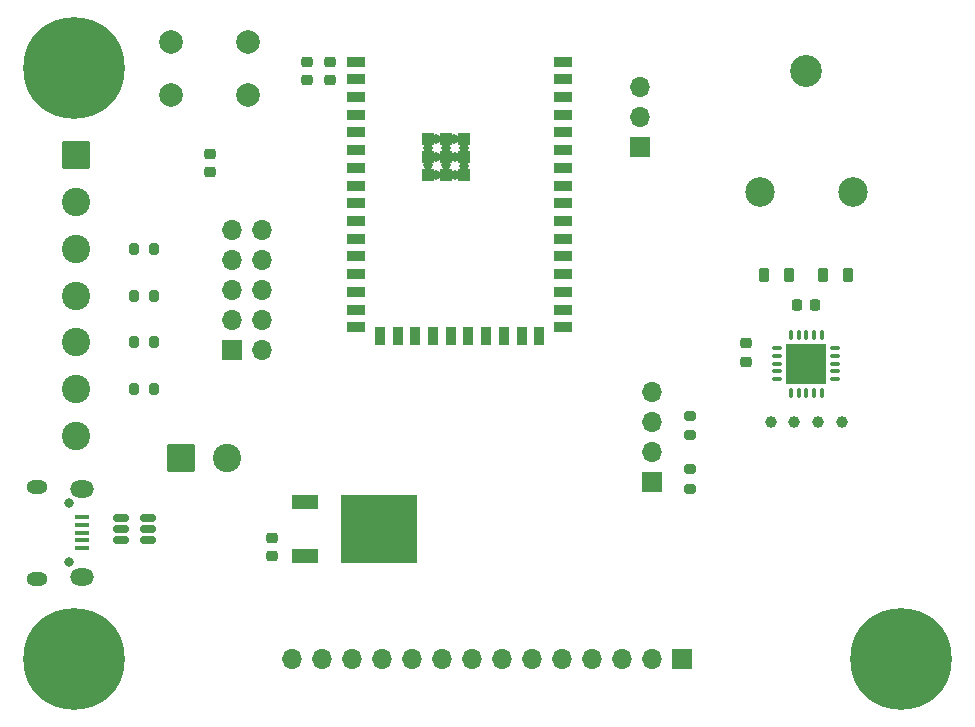
<source format=gbr>
%TF.GenerationSoftware,KiCad,Pcbnew,6.0.10+dfsg-2*%
%TF.CreationDate,2023-02-01T09:38:31-05:00*%
%TF.ProjectId,ParentsStove,50617265-6e74-4735-9374-6f76652e6b69,rev?*%
%TF.SameCoordinates,Original*%
%TF.FileFunction,Soldermask,Top*%
%TF.FilePolarity,Negative*%
%FSLAX46Y46*%
G04 Gerber Fmt 4.6, Leading zero omitted, Abs format (unit mm)*
G04 Created by KiCad (PCBNEW 6.0.10+dfsg-2) date 2023-02-01 09:38:31*
%MOMM*%
%LPD*%
G01*
G04 APERTURE LIST*
G04 Aperture macros list*
%AMRoundRect*
0 Rectangle with rounded corners*
0 $1 Rounding radius*
0 $2 $3 $4 $5 $6 $7 $8 $9 X,Y pos of 4 corners*
0 Add a 4 corners polygon primitive as box body*
4,1,4,$2,$3,$4,$5,$6,$7,$8,$9,$2,$3,0*
0 Add four circle primitives for the rounded corners*
1,1,$1+$1,$2,$3*
1,1,$1+$1,$4,$5*
1,1,$1+$1,$6,$7*
1,1,$1+$1,$8,$9*
0 Add four rect primitives between the rounded corners*
20,1,$1+$1,$2,$3,$4,$5,0*
20,1,$1+$1,$4,$5,$6,$7,0*
20,1,$1+$1,$6,$7,$8,$9,0*
20,1,$1+$1,$8,$9,$2,$3,0*%
G04 Aperture macros list end*
%ADD10RoundRect,0.071100X-0.678900X-0.378900X0.678900X-0.378900X0.678900X0.378900X-0.678900X0.378900X0*%
%ADD11RoundRect,0.071100X0.378900X-0.678900X0.378900X0.678900X-0.378900X0.678900X-0.378900X-0.678900X0*%
%ADD12RoundRect,0.071100X0.678900X0.378900X-0.678900X0.378900X-0.678900X-0.378900X0.678900X-0.378900X0*%
%ADD13RoundRect,0.086900X0.463100X0.463100X-0.463100X0.463100X-0.463100X-0.463100X0.463100X-0.463100X0*%
%ADD14C,0.800000*%
%ADD15O,0.800000X0.800000*%
%ADD16R,1.300000X0.450000*%
%ADD17O,1.800000X1.150000*%
%ADD18O,2.000000X1.450000*%
%ADD19RoundRect,0.150000X-0.512500X-0.150000X0.512500X-0.150000X0.512500X0.150000X-0.512500X0.150000X0*%
%ADD20RoundRect,0.225000X0.250000X-0.225000X0.250000X0.225000X-0.250000X0.225000X-0.250000X-0.225000X0*%
%ADD21RoundRect,0.200000X0.275000X-0.200000X0.275000X0.200000X-0.275000X0.200000X-0.275000X-0.200000X0*%
%ADD22RoundRect,0.200000X-0.200000X-0.275000X0.200000X-0.275000X0.200000X0.275000X-0.200000X0.275000X0*%
%ADD23RoundRect,0.075000X-0.075000X0.325000X-0.075000X-0.325000X0.075000X-0.325000X0.075000X0.325000X0*%
%ADD24RoundRect,0.075000X-0.325000X0.075000X-0.325000X-0.075000X0.325000X-0.075000X0.325000X0.075000X0*%
%ADD25R,3.350000X3.350000*%
%ADD26RoundRect,0.250001X-0.949999X-0.949999X0.949999X-0.949999X0.949999X0.949999X-0.949999X0.949999X0*%
%ADD27C,2.400000*%
%ADD28RoundRect,0.218750X0.218750X0.381250X-0.218750X0.381250X-0.218750X-0.381250X0.218750X-0.381250X0*%
%ADD29RoundRect,0.200000X-0.275000X0.200000X-0.275000X-0.200000X0.275000X-0.200000X0.275000X0.200000X0*%
%ADD30RoundRect,0.218750X-0.218750X-0.381250X0.218750X-0.381250X0.218750X0.381250X-0.218750X0.381250X0*%
%ADD31R,1.700000X1.700000*%
%ADD32O,1.700000X1.700000*%
%ADD33C,2.000000*%
%ADD34C,1.000000*%
%ADD35RoundRect,0.225000X0.225000X0.250000X-0.225000X0.250000X-0.225000X-0.250000X0.225000X-0.250000X0*%
%ADD36C,0.900000*%
%ADD37C,8.600000*%
%ADD38R,2.200000X1.200000*%
%ADD39R,6.400000X5.800000*%
%ADD40RoundRect,0.250001X-0.949999X0.949999X-0.949999X-0.949999X0.949999X-0.949999X0.949999X0.949999X0*%
%ADD41C,2.700000*%
%ADD42C,2.500000*%
G04 APERTURE END LIST*
D10*
%TO.C,U5*%
X133890000Y-84425000D03*
X133890000Y-85925000D03*
X133890000Y-87425000D03*
X133890000Y-88925000D03*
X133890000Y-90425000D03*
X133890000Y-91925000D03*
X133890000Y-93425000D03*
X133890000Y-94925000D03*
X133890000Y-96425000D03*
X133890000Y-97925000D03*
X133890000Y-99425000D03*
X133890000Y-100925000D03*
X133890000Y-102425000D03*
X133890000Y-103925000D03*
X133890000Y-105425000D03*
X133890000Y-106925000D03*
D11*
X135890000Y-107675000D03*
X137390000Y-107675000D03*
X138890000Y-107675000D03*
X140390000Y-107675000D03*
X141890000Y-107675000D03*
X143390000Y-107675000D03*
X144890000Y-107675000D03*
X146390000Y-107675000D03*
X147890000Y-107675000D03*
X149390000Y-107675000D03*
D12*
X151390000Y-106925000D03*
X151390000Y-105425000D03*
X151390000Y-103925000D03*
X151390000Y-102425000D03*
X151390000Y-100925000D03*
X151390000Y-99425000D03*
X151390000Y-97925000D03*
X151390000Y-96425000D03*
X151390000Y-94925000D03*
X151390000Y-93425000D03*
X151390000Y-91925000D03*
X151390000Y-90425000D03*
X151390000Y-88925000D03*
X151390000Y-87425000D03*
X151390000Y-85925000D03*
X151390000Y-84425000D03*
D13*
X140000000Y-91000000D03*
D14*
X140690000Y-91000000D03*
D13*
X140000000Y-92500000D03*
D14*
X142290000Y-94000000D03*
D13*
X141500000Y-94000000D03*
X143000000Y-91000000D03*
D14*
X139990000Y-93225000D03*
D13*
X140000000Y-94000000D03*
D14*
X142987200Y-93231800D03*
X140690000Y-92525000D03*
D13*
X141500000Y-91000000D03*
D14*
X142290000Y-92525000D03*
D13*
X143000000Y-92500000D03*
D14*
X141490000Y-91725000D03*
D13*
X143000000Y-94000000D03*
D14*
X139990000Y-91725000D03*
X142990000Y-91725000D03*
D13*
X141500000Y-92500000D03*
D14*
X141500000Y-93225000D03*
X142190000Y-91000000D03*
X140690000Y-94000000D03*
%TD*%
D15*
%TO.C,J1*%
X109600000Y-126825000D03*
X109600000Y-121825000D03*
D16*
X110700000Y-123025000D03*
X110700000Y-123675000D03*
X110700000Y-124325000D03*
X110700000Y-124975000D03*
X110700000Y-125625000D03*
D17*
X106850000Y-128200000D03*
D18*
X110650000Y-120600000D03*
D17*
X106850000Y-120450000D03*
D18*
X110650000Y-128050000D03*
%TD*%
D19*
%TO.C,U4*%
X113962500Y-123050000D03*
X113962500Y-124000000D03*
X113962500Y-124950000D03*
X116237500Y-124950000D03*
X116237500Y-124000000D03*
X116237500Y-123050000D03*
%TD*%
D20*
%TO.C,C2*%
X166900000Y-109825000D03*
X166900000Y-108275000D03*
%TD*%
D21*
%TO.C,R2*%
X162143000Y-116062500D03*
X162143000Y-114412500D03*
%TD*%
D22*
%TO.C,R4*%
X115115000Y-104236000D03*
X116765000Y-104236000D03*
%TD*%
D20*
%TO.C,C13*%
X131690000Y-85975000D03*
X131690000Y-84425000D03*
%TD*%
D23*
%TO.C,U1*%
X173300000Y-107550000D03*
X172650000Y-107550000D03*
X172000000Y-107550000D03*
X171350000Y-107550000D03*
X170700000Y-107550000D03*
D24*
X169550000Y-108700000D03*
X169550000Y-109350000D03*
X169550000Y-110000000D03*
X169550000Y-110650000D03*
X169550000Y-111300000D03*
D23*
X170700000Y-112450000D03*
X171350000Y-112450000D03*
X172000000Y-112450000D03*
X172650000Y-112450000D03*
X173300000Y-112450000D03*
D24*
X174450000Y-111300000D03*
X174450000Y-110650000D03*
X174450000Y-110000000D03*
X174450000Y-109350000D03*
X174450000Y-108700000D03*
D25*
X172000000Y-110000000D03*
%TD*%
D26*
%TO.C,J7*%
X119020000Y-117982500D03*
D27*
X122980000Y-117982500D03*
%TD*%
D28*
%TO.C,FB1*%
X175562500Y-102500000D03*
X173437500Y-102500000D03*
%TD*%
D20*
%TO.C,C11*%
X126725000Y-126300000D03*
X126725000Y-124750000D03*
%TD*%
D29*
%TO.C,R1*%
X162143000Y-118937500D03*
X162143000Y-120587500D03*
%TD*%
D22*
%TO.C,R6*%
X115115000Y-112156000D03*
X116765000Y-112156000D03*
%TD*%
%TO.C,R5*%
X115115000Y-108196000D03*
X116765000Y-108196000D03*
%TD*%
D30*
%TO.C,FB2*%
X168437500Y-102500000D03*
X170562500Y-102500000D03*
%TD*%
D22*
%TO.C,R3*%
X115115000Y-100276000D03*
X116765000Y-100276000D03*
%TD*%
D20*
%TO.C,C3*%
X121500000Y-93775000D03*
X121500000Y-92225000D03*
%TD*%
D31*
%TO.C,J6*%
X123400000Y-108834000D03*
D32*
X125940000Y-108834000D03*
X123400000Y-106294000D03*
X125940000Y-106294000D03*
X123400000Y-103754000D03*
X125940000Y-103754000D03*
X123400000Y-101214000D03*
X125940000Y-101214000D03*
X123400000Y-98674000D03*
X125940000Y-98674000D03*
%TD*%
D31*
%TO.C,J3*%
X157952000Y-91700000D03*
D32*
X157952000Y-89160000D03*
X157952000Y-86620000D03*
%TD*%
D33*
%TO.C,SW1*%
X118250000Y-82750000D03*
X124750000Y-82750000D03*
X118250000Y-87250000D03*
X124750000Y-87250000D03*
%TD*%
D34*
%TO.C,TP1*%
X169000000Y-114910000D03*
%TD*%
D35*
%TO.C,C1*%
X172775000Y-105000000D03*
X171225000Y-105000000D03*
%TD*%
D36*
%TO.C,H4*%
X110000000Y-81775000D03*
X110000000Y-88225000D03*
X112280419Y-87280419D03*
X113225000Y-85000000D03*
X107719581Y-87280419D03*
X106775000Y-85000000D03*
X112280419Y-82719581D03*
X107719581Y-82719581D03*
D37*
X110000000Y-85000000D03*
%TD*%
D36*
%TO.C,H3*%
X180000000Y-131775000D03*
X177719581Y-137280419D03*
X176775000Y-135000000D03*
D37*
X180000000Y-135000000D03*
D36*
X177719581Y-132719581D03*
X182280419Y-132719581D03*
X183225000Y-135000000D03*
X182280419Y-137280419D03*
X180000000Y-138225000D03*
%TD*%
D31*
%TO.C,J5*%
X161500000Y-135000000D03*
D32*
X158960000Y-135000000D03*
X156420000Y-135000000D03*
X153880000Y-135000000D03*
X151340000Y-135000000D03*
X148800000Y-135000000D03*
X146260000Y-135000000D03*
X143720000Y-135000000D03*
X141180000Y-135000000D03*
X138640000Y-135000000D03*
X136100000Y-135000000D03*
X133560000Y-135000000D03*
X131020000Y-135000000D03*
X128480000Y-135000000D03*
%TD*%
D31*
%TO.C,J4*%
X158968000Y-120040000D03*
D32*
X158968000Y-117500000D03*
X158968000Y-114960000D03*
X158968000Y-112420000D03*
%TD*%
D34*
%TO.C,TP2*%
X171000000Y-114910000D03*
%TD*%
D20*
%TO.C,C12*%
X129690000Y-85975000D03*
X129690000Y-84425000D03*
%TD*%
D38*
%TO.C,U2*%
X129525000Y-121745000D03*
D39*
X135825000Y-124025000D03*
D38*
X129525000Y-126305000D03*
%TD*%
D34*
%TO.C,TP3*%
X173000000Y-114910000D03*
%TD*%
D36*
%TO.C,H5*%
X107719581Y-132719581D03*
X112280419Y-137280419D03*
X106775000Y-135000000D03*
X110000000Y-131775000D03*
X113225000Y-135000000D03*
X110000000Y-138225000D03*
D37*
X110000000Y-135000000D03*
D36*
X107719581Y-137280419D03*
X112280419Y-132719581D03*
%TD*%
D34*
%TO.C,TP4*%
X175000000Y-114910000D03*
%TD*%
D40*
%TO.C,J2*%
X110140000Y-92356000D03*
D27*
X110140000Y-96316000D03*
X110140000Y-100276000D03*
X110140000Y-104236000D03*
X110140000Y-108196000D03*
X110140000Y-112156000D03*
X110140000Y-116116000D03*
%TD*%
D41*
%TO.C,TC1*%
X172000000Y-85250000D03*
D42*
X175950000Y-95500000D03*
X168050000Y-95500000D03*
%TD*%
M02*

</source>
